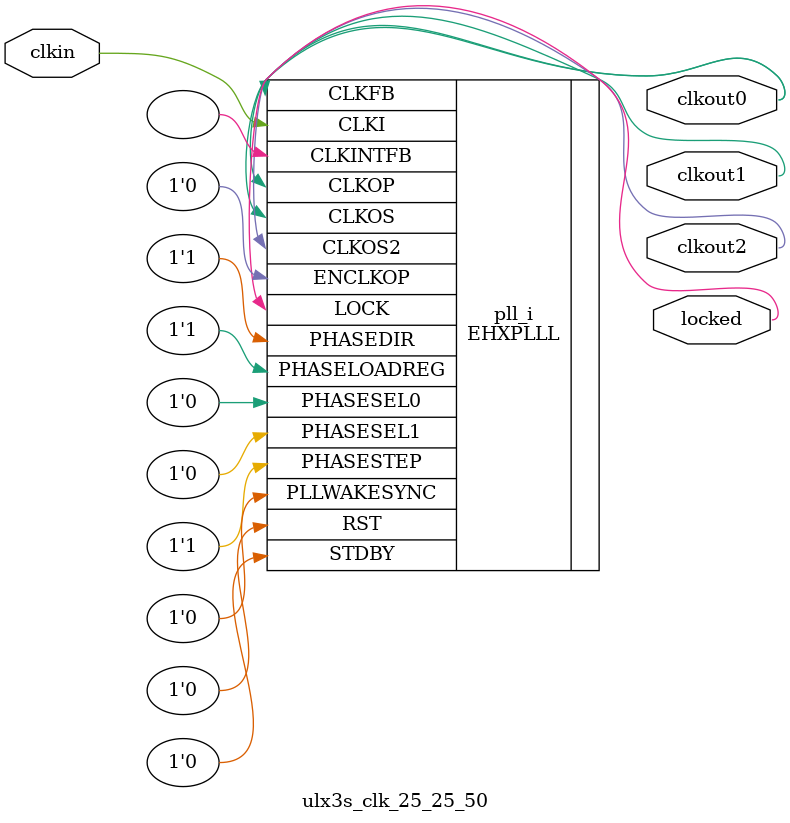
<source format=v>
module ulx3s_clk_25_25_50
(
    input clkin, // 25 MHz, 0 deg
    output clkout0, // 25 MHz, 0 deg
    output clkout1, // 25 MHz, 0 deg
    output clkout2, // 50 MHz, 0 deg
    output locked
);
(* FREQUENCY_PIN_CLKI="25" *)
(* FREQUENCY_PIN_CLKOP="25" *)
(* FREQUENCY_PIN_CLKOS="25" *)
(* FREQUENCY_PIN_CLKOS2="50" *)
(* ICP_CURRENT="12" *) (* LPF_RESISTOR="8" *) (* MFG_ENABLE_FILTEROPAMP="1" *) (* MFG_GMCREF_SEL="2" *)
EHXPLLL #(
        .PLLRST_ENA("DISABLED"),
        .INTFB_WAKE("DISABLED"),
        .STDBY_ENABLE("DISABLED"),
        .DPHASE_SOURCE("DISABLED"),
        .OUTDIVIDER_MUXA("DIVA"),
        .OUTDIVIDER_MUXB("DIVB"),
        .OUTDIVIDER_MUXC("DIVC"),
        .OUTDIVIDER_MUXD("DIVD"),
        .CLKI_DIV(1),
        .CLKOP_ENABLE("ENABLED"),
        .CLKOP_DIV(24),
        .CLKOP_CPHASE(11),
        .CLKOP_FPHASE(0),
        .CLKOS_ENABLE("ENABLED"),
        .CLKOS_DIV(24),
        .CLKOS_CPHASE(11),
        .CLKOS_FPHASE(0),
        .CLKOS2_ENABLE("ENABLED"),
        .CLKOS2_DIV(12),
        .CLKOS2_CPHASE(11),
        .CLKOS2_FPHASE(0),
        .FEEDBK_PATH("CLKOP"),
        .CLKFB_DIV(1)
    ) pll_i (
        .RST(1'b0),
        .STDBY(1'b0),
        .CLKI(clkin),
        .CLKOP(clkout0),
        .CLKOS(clkout1),
        .CLKOS2(clkout2),
        .CLKFB(clkout0),
        .CLKINTFB(),
        .PHASESEL0(1'b0),
        .PHASESEL1(1'b0),
        .PHASEDIR(1'b1),
        .PHASESTEP(1'b1),
        .PHASELOADREG(1'b1),
        .PLLWAKESYNC(1'b0),
        .ENCLKOP(1'b0),
        .LOCK(locked)
	);
endmodule

</source>
